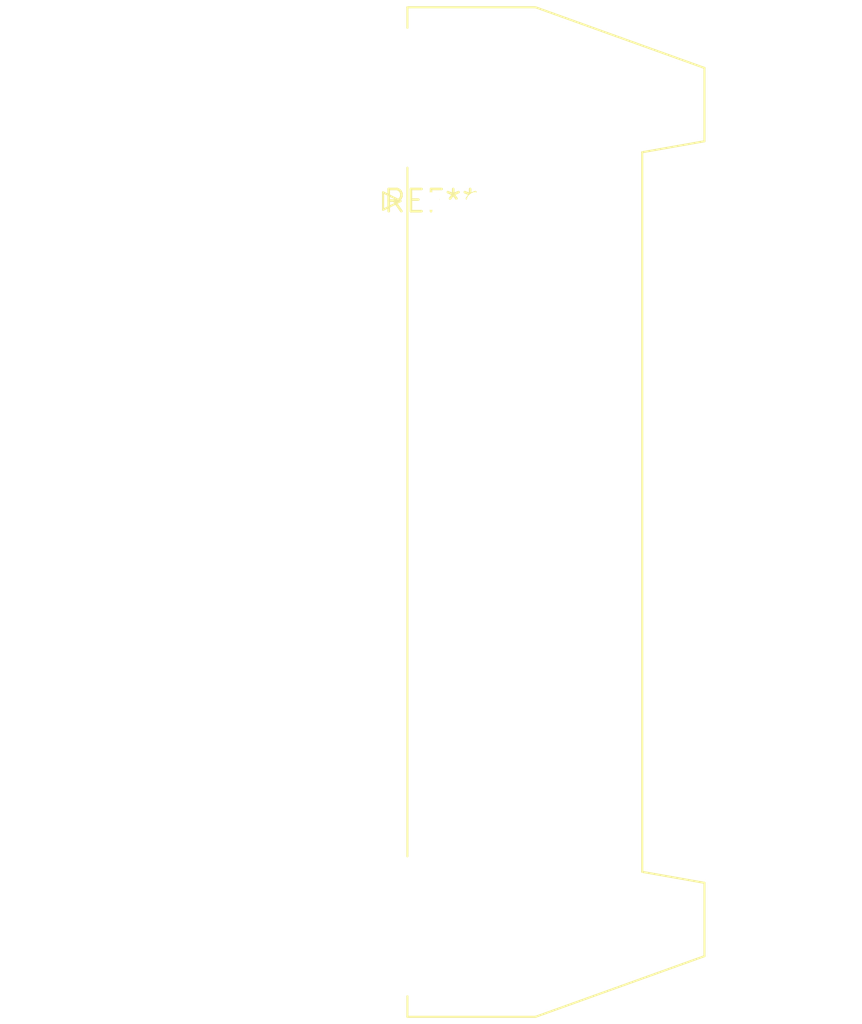
<source format=kicad_pcb>
(kicad_pcb (version 20240108) (generator pcbnew)
  (layers (0 "F.Cu" signal) (31 "B.Cu" signal) (34 "B.Paste" user) (35 "F.Paste" user) (36 "B.SilkS" user "B.Silkscreen") (37 "F.SilkS" user "F.Silkscreen") (38 "B.Mask" user) (39 "F.Mask" user) (44 "Edge.Cuts" user))
  (net 0 "")
  (footprint "IDC-Header_2x15-1MP_P2.54mm_Latch_Horizontal" (layer "F.Cu") (at 0 0)
    (property "Reference" "REF**")
    (property "Value" "IDC-Header_2x15-1MP_P2.54mm_Latch_Horizontal")
    (fp_line (start -2.74 -0.5) (end -2.74 0.5) (layer "F.SilkS") (stroke (width 0.12)))
    (fp_line (start -2.74 0.5) (end -1.74 0) (layer "F.SilkS") (stroke (width 0.12)))
    (fp_line (start -1.74 0) (end -2.74 -0.5) (layer "F.SilkS") (stroke (width 0.12)))
    (fp_line (start -1.35 -11.08) (end -1.35 -9.905) (layer "F.SilkS") (stroke (width 0.12)))
    (fp_line (start -1.35 -11.08) (end 5.98 -11.08) (layer "F.SilkS") (stroke (width 0.12)))
    (fp_line (start -1.35 -1.905) (end -1.35 37.465) (layer "F.SilkS") (stroke (width 0.12)))
    (fp_line (start -1.35 45.465) (end -1.35 46.64) (layer "F.SilkS") (stroke (width 0.12)))
    (fp_line (start 5.98 -11.08) (end 15.64 -7.61) (layer "F.SilkS") (stroke (width 0.12)))
    (fp_line (start 5.98 46.64) (end -1.35 46.64) (layer "F.SilkS") (stroke (width 0.12)))
    (fp_line (start 12.08 -2.79) (end 12.08 38.35) (layer "F.SilkS") (stroke (width 0.12)))
    (fp_line (start 12.08 38.35) (end 15.64 38.98) (layer "F.SilkS") (stroke (width 0.12)))
    (fp_line (start 15.64 -7.61) (end 15.64 -3.42) (layer "F.SilkS") (stroke (width 0.12)))
    (fp_line (start 15.64 -3.42) (end 12.08 -2.79) (layer "F.SilkS") (stroke (width 0.12)))
    (fp_line (start 15.64 38.98) (end 15.64 43.17) (layer "F.SilkS") (stroke (width 0.12)))
    (fp_line (start 15.64 43.17) (end 5.98 46.64) (layer "F.SilkS") (stroke (width 0.12)))
    (pad "1" thru_hole roundrect (at 0 0) (size 1.7 1.7) (drill 1) (layers *.Cu *.Mask) (remove_unused_layers) (roundrect_rratio 0.147059))
    (pad "2" thru_hole circle (at 2.54 0) (size 1.7 1.7) (drill 1) (layers *.Cu *.Mask) (remove_unused_layers))
    (pad "3" thru_hole circle (at 0 2.54) (size 1.7 1.7) (drill 1) (layers *.Cu *.Mask) (remove_unused_layers))
    (pad "4" thru_hole circle (at 2.54 2.54) (size 1.7 1.7) (drill 1) (layers *.Cu *.Mask) (remove_unused_layers))
    (pad "5" thru_hole circle (at 0 5.08) (size 1.7 1.7) (drill 1) (layers *.Cu *.Mask) (remove_unused_layers))
    (pad "6" thru_hole circle (at 2.54 5.08) (size 1.7 1.7) (drill 1) (layers *.Cu *.Mask) (remove_unused_layers))
    (pad "7" thru_hole circle (at 0 7.62) (size 1.7 1.7) (drill 1) (layers *.Cu *.Mask) (remove_unused_layers))
    (pad "8" thru_hole circle (at 2.54 7.62) (size 1.7 1.7) (drill 1) (layers *.Cu *.Mask) (remove_unused_layers))
    (pad "9" thru_hole circle (at 0 10.16) (size 1.7 1.7) (drill 1) (layers *.Cu *.Mask) (remove_unused_layers))
    (pad "10" thru_hole circle (at 2.54 10.16) (size 1.7 1.7) (drill 1) (layers *.Cu *.Mask) (remove_unused_layers))
    (pad "11" thru_hole circle (at 0 12.7) (size 1.7 1.7) (drill 1) (layers *.Cu *.Mask) (remove_unused_layers))
    (pad "12" thru_hole circle (at 2.54 12.7) (size 1.7 1.7) (drill 1) (layers *.Cu *.Mask) (remove_unused_layers))
    (pad "13" thru_hole circle (at 0 15.24) (size 1.7 1.7) (drill 1) (layers *.Cu *.Mask) (remove_unused_layers))
    (pad "14" thru_hole circle (at 2.54 15.24) (size 1.7 1.7) (drill 1) (layers *.Cu *.Mask) (remove_unused_layers))
    (pad "15" thru_hole circle (at 0 17.78) (size 1.7 1.7) (drill 1) (layers *.Cu *.Mask) (remove_unused_layers))
    (pad "16" thru_hole circle (at 2.54 17.78) (size 1.7 1.7) (drill 1) (layers *.Cu *.Mask) (remove_unused_layers))
    (pad "17" thru_hole circle (at 0 20.32) (size 1.7 1.7) (drill 1) (layers *.Cu *.Mask) (remove_unused_layers))
    (pad "18" thru_hole circle (at 2.54 20.32) (size 1.7 1.7) (drill 1) (layers *.Cu *.Mask) (remove_unused_layers))
    (pad "19" thru_hole circle (at 0 22.86) (size 1.7 1.7) (drill 1) (layers *.Cu *.Mask) (remove_unused_layers))
    (pad "20" thru_hole circle (at 2.54 22.86) (size 1.7 1.7) (drill 1) (layers *.Cu *.Mask) (remove_unused_layers))
    (pad "21" thru_hole circle (at 0 25.4) (size 1.7 1.7) (drill 1) (layers *.Cu *.Mask) (remove_unused_layers))
    (pad "22" thru_hole circle (at 2.54 25.4) (size 1.7 1.7) (drill 1) (layers *.Cu *.Mask) (remove_unused_layers))
    (pad "23" thru_hole circle (at 0 27.94) (size 1.7 1.7) (drill 1) (layers *.Cu *.Mask) (remove_unused_layers))
    (pad "24" thru_hole circle (at 2.54 27.94) (size 1.7 1.7) (drill 1) (layers *.Cu *.Mask) (remove_unused_layers))
    (pad "25" thru_hole circle (at 0 30.48) (size 1.7 1.7) (drill 1) (layers *.Cu *.Mask) (remove_unused_layers))
    (pad "26" thru_hole circle (at 2.54 30.48) (size 1.7 1.7) (drill 1) (layers *.Cu *.Mask) (remove_unused_layers))
    (pad "27" thru_hole circle (at 0 33.02) (size 1.7 1.7) (drill 1) (layers *.Cu *.Mask) (remove_unused_layers))
    (pad "28" thru_hole circle (at 2.54 33.02) (size 1.7 1.7) (drill 1) (layers *.Cu *.Mask) (remove_unused_layers))
    (pad "29" thru_hole circle (at 0 35.56) (size 1.7 1.7) (drill 1) (layers *.Cu *.Mask) (remove_unused_layers))
    (pad "30" thru_hole circle (at 2.54 35.56) (size 1.7 1.7) (drill 1) (layers *.Cu *.Mask) (remove_unused_layers))
    (pad "MP" thru_hole circle (at 1.8 -5.905) (size 8 8) (drill 2.69) (layers *.Cu *.Mask) (remove_unused_layers))
    (pad "MP" thru_hole circle (at 1.8 41.465) (size 8 8) (drill 2.69) (layers *.Cu *.Mask) (remove_unused_layers))
  )
)
</source>
